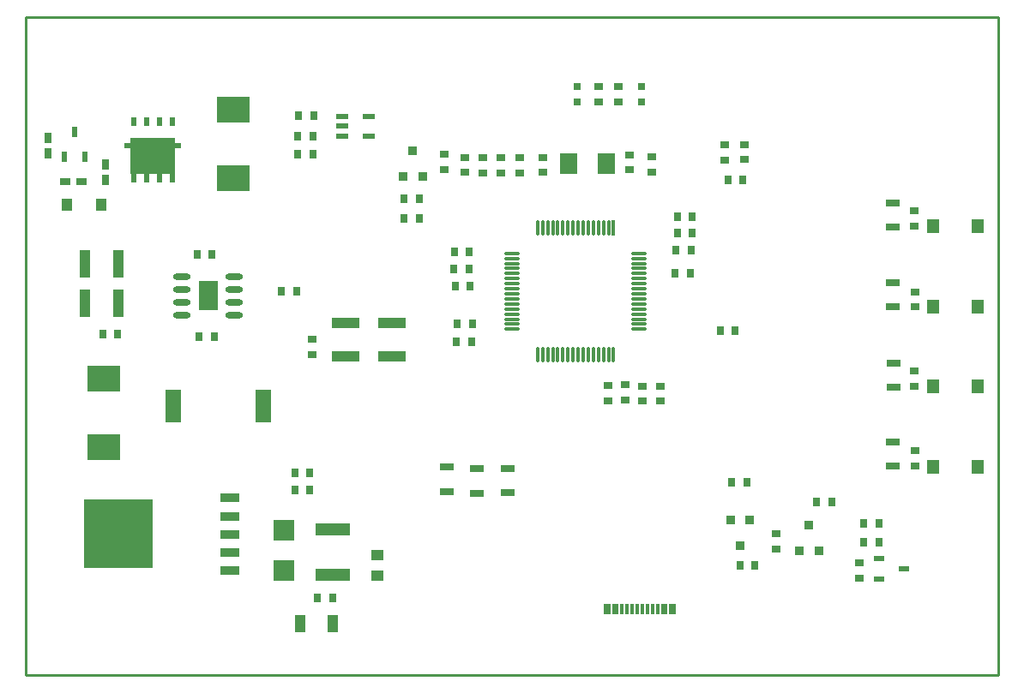
<source format=gtp>
%FSLAX25Y25*%
%MOIN*%
G70*
G01*
G75*
G04 Layer_Color=8421504*
%ADD10R,0.02756X0.03347*%
%ADD11R,0.03543X0.03740*%
%ADD12R,0.03543X0.03740*%
%ADD13R,0.05118X0.03937*%
%ADD14R,0.05315X0.02559*%
%ADD15R,0.12992X0.09843*%
%ADD16R,0.10630X0.03937*%
%ADD17R,0.06299X0.12598*%
%ADD18R,0.13780X0.05118*%
%ADD19R,0.07874X0.07874*%
%ADD20R,0.04724X0.01969*%
%ADD21R,0.01181X0.03937*%
%ADD22R,0.02362X0.03937*%
%ADD23R,0.03937X0.07087*%
%ADD24R,0.07284X0.03740*%
%ADD25R,0.26772X0.26772*%
%ADD26R,0.07480X0.11811*%
%ADD27O,0.06890X0.02362*%
%ADD28R,0.03937X0.10630*%
%ADD29R,0.03347X0.02756*%
%ADD30O,0.01181X0.06299*%
%ADD31O,0.06299X0.01181*%
%ADD32R,0.01181X0.06299*%
%ADD33R,0.04331X0.04724*%
%ADD34R,0.04000X0.03000*%
%ADD35R,0.03000X0.04000*%
%ADD36R,0.09843X0.14410*%
%ADD37R,0.07874X0.14410*%
%ADD38R,0.06299X0.01969*%
%ADD39R,0.02126X0.03543*%
%ADD40R,0.06693X0.07874*%
%ADD41R,0.03000X0.03150*%
%ADD42R,0.03937X0.02362*%
%ADD43R,0.04843X0.05354*%
%ADD44C,0.00800*%
%ADD45C,0.04000*%
%ADD46C,0.01000*%
%ADD47C,0.02000*%
%ADD48C,0.03000*%
%ADD49C,0.01500*%
%ADD50C,0.07874*%
%ADD51R,0.07874X0.07874*%
%ADD52C,0.05906*%
%ADD53R,0.05906X0.05906*%
%ADD54R,0.05906X0.05906*%
%ADD55O,0.03937X0.08268*%
%ADD56C,0.02638*%
%ADD57O,0.07874X0.15748*%
%ADD58C,0.19685*%
%ADD59O,0.04724X0.06299*%
%ADD60R,0.04724X0.06299*%
%ADD61O,0.07874X0.11811*%
%ADD62R,0.07874X0.11811*%
%ADD63C,0.08268*%
%ADD64C,0.03000*%
%ADD65C,0.02000*%
%ADD66C,0.04500*%
%ADD67C,0.05000*%
%ADD68C,0.04000*%
%ADD69C,0.05500*%
%ADD70C,0.00984*%
%ADD71C,0.00600*%
%ADD72C,0.00500*%
%ADD73C,0.00787*%
%ADD74C,0.00700*%
%ADD75C,0.00493*%
D10*
X147095Y177800D02*
D03*
X153000D02*
D03*
X307395Y67300D02*
D03*
X313300D02*
D03*
X280306Y75200D02*
D03*
X274400D02*
D03*
X105994Y217600D02*
D03*
X111900D02*
D03*
X99494Y149400D02*
D03*
X105400D02*
D03*
X167700Y136600D02*
D03*
X173606D02*
D03*
X72505Y163700D02*
D03*
X66600D02*
D03*
X113500Y30200D02*
D03*
X119405D02*
D03*
X104595Y78600D02*
D03*
X110500D02*
D03*
X104595Y72100D02*
D03*
X110500D02*
D03*
X67400Y131700D02*
D03*
X73305D02*
D03*
X29900Y132700D02*
D03*
X35805D02*
D03*
X167400Y129800D02*
D03*
X173305D02*
D03*
X172806Y151400D02*
D03*
X166900D02*
D03*
X166400Y158100D02*
D03*
X172306D02*
D03*
X166600Y164900D02*
D03*
X172505D02*
D03*
X152905Y185300D02*
D03*
X147000D02*
D03*
X105694Y202700D02*
D03*
X111600D02*
D03*
X111706Y209700D02*
D03*
X105800D02*
D03*
X272895Y192900D02*
D03*
X278800D02*
D03*
X259100Y178500D02*
D03*
X253194D02*
D03*
X258700Y165400D02*
D03*
X252795D02*
D03*
X258206Y156300D02*
D03*
X252300D02*
D03*
X259100Y172100D02*
D03*
X253194D02*
D03*
X269895Y134200D02*
D03*
X275800D02*
D03*
X283506Y42800D02*
D03*
X277600D02*
D03*
X325795Y59200D02*
D03*
X331700D02*
D03*
X325694Y51900D02*
D03*
X331600D02*
D03*
D11*
X281340Y60321D02*
D03*
X277600Y50479D02*
D03*
X150500Y203921D02*
D03*
X146760Y194079D02*
D03*
X300760Y48479D02*
D03*
X304500Y58321D02*
D03*
D12*
X273860Y60321D02*
D03*
X154240Y194079D02*
D03*
X308240Y48479D02*
D03*
D13*
X136800Y46574D02*
D03*
Y38700D02*
D03*
D14*
X337100Y143251D02*
D03*
Y152700D02*
D03*
Y174251D02*
D03*
Y183700D02*
D03*
X337300Y112051D02*
D03*
Y121500D02*
D03*
X187200Y70951D02*
D03*
Y80400D02*
D03*
X175300Y70851D02*
D03*
Y80300D02*
D03*
X163800Y71551D02*
D03*
Y81000D02*
D03*
X337100Y81451D02*
D03*
Y90900D02*
D03*
D15*
X80800Y220000D02*
D03*
Y193425D02*
D03*
X30400Y88700D02*
D03*
Y115275D02*
D03*
D16*
X124300Y124200D02*
D03*
Y136995D02*
D03*
X142300Y124200D02*
D03*
Y136995D02*
D03*
D17*
X92498Y104779D02*
D03*
X57459D02*
D03*
D18*
X119500Y56700D02*
D03*
Y38984D02*
D03*
D19*
X100500Y56448D02*
D03*
Y40700D02*
D03*
D20*
X123082Y217537D02*
D03*
Y213600D02*
D03*
Y209663D02*
D03*
X133318D02*
D03*
Y217537D02*
D03*
D21*
X225511Y25600D02*
D03*
X226692D02*
D03*
X228661D02*
D03*
X229842D02*
D03*
X231810D02*
D03*
X233779D02*
D03*
X235747D02*
D03*
X237716D02*
D03*
X239684D02*
D03*
X241653D02*
D03*
X243621D02*
D03*
X245590D02*
D03*
X247558D02*
D03*
X248739D02*
D03*
X251889D02*
D03*
X250708D02*
D03*
D22*
X15100Y201600D02*
D03*
X19037Y211442D02*
D03*
X22974Y201600D02*
D03*
D23*
X106700Y20100D02*
D03*
X119495D02*
D03*
D24*
X79200Y40600D02*
D03*
Y47687D02*
D03*
Y54773D02*
D03*
Y61860D02*
D03*
Y68946D02*
D03*
D25*
X35893Y55053D02*
D03*
D26*
X70900Y147700D02*
D03*
D27*
X60664Y155200D02*
D03*
Y150200D02*
D03*
Y145200D02*
D03*
Y140200D02*
D03*
X81136Y155200D02*
D03*
Y150200D02*
D03*
Y145200D02*
D03*
Y140200D02*
D03*
D28*
X35900Y144700D02*
D03*
X23105D02*
D03*
X35900Y160200D02*
D03*
X23105D02*
D03*
D29*
X111500Y124900D02*
D03*
Y130806D02*
D03*
X226500Y106900D02*
D03*
Y112805D02*
D03*
X233000Y107000D02*
D03*
Y112906D02*
D03*
X239600Y106600D02*
D03*
Y112505D02*
D03*
X246700Y106600D02*
D03*
Y112505D02*
D03*
X162800Y196895D02*
D03*
Y202800D02*
D03*
X170600Y201500D02*
D03*
Y195595D02*
D03*
X177700Y201306D02*
D03*
Y195400D02*
D03*
X184600Y195395D02*
D03*
Y201300D02*
D03*
X192100D02*
D03*
Y195395D02*
D03*
X201100Y195600D02*
D03*
Y201505D02*
D03*
X234600Y196600D02*
D03*
Y202505D02*
D03*
X243300Y195794D02*
D03*
Y201700D02*
D03*
X222700Y223095D02*
D03*
Y229000D02*
D03*
X230500Y223095D02*
D03*
Y229000D02*
D03*
X271800Y200395D02*
D03*
Y206300D02*
D03*
X279300Y200594D02*
D03*
Y206500D02*
D03*
X291600Y55006D02*
D03*
Y49100D02*
D03*
X324100Y43705D02*
D03*
Y37800D02*
D03*
X345500Y174800D02*
D03*
Y180705D02*
D03*
X345600Y143251D02*
D03*
Y149157D02*
D03*
X345500Y112400D02*
D03*
Y118306D02*
D03*
X345700Y81400D02*
D03*
Y87305D02*
D03*
D30*
X198972Y174000D02*
D03*
X202909D02*
D03*
X200941D02*
D03*
X204878D02*
D03*
X228500Y124787D02*
D03*
X226532D02*
D03*
X224563D02*
D03*
X222594D02*
D03*
X220626D02*
D03*
X218657D02*
D03*
X216689D02*
D03*
X214721D02*
D03*
X212752D02*
D03*
X210784D02*
D03*
X208815D02*
D03*
X206846D02*
D03*
X204878D02*
D03*
X202909D02*
D03*
X200941D02*
D03*
X198972D02*
D03*
X206846Y174000D02*
D03*
X208815D02*
D03*
X210784D02*
D03*
X212752D02*
D03*
X214721D02*
D03*
X216689D02*
D03*
X218657D02*
D03*
X222594D02*
D03*
X224563D02*
D03*
X226532D02*
D03*
X220626D02*
D03*
D31*
X238342Y164157D02*
D03*
Y162189D02*
D03*
Y160221D02*
D03*
Y158252D02*
D03*
Y156283D02*
D03*
Y154315D02*
D03*
Y152347D02*
D03*
Y150378D02*
D03*
Y148409D02*
D03*
Y146441D02*
D03*
Y144472D02*
D03*
Y142504D02*
D03*
Y140535D02*
D03*
Y138567D02*
D03*
Y136598D02*
D03*
Y134630D02*
D03*
X189130D02*
D03*
Y136598D02*
D03*
Y138567D02*
D03*
Y140535D02*
D03*
Y142504D02*
D03*
Y144472D02*
D03*
Y146441D02*
D03*
Y148409D02*
D03*
Y150378D02*
D03*
Y152347D02*
D03*
Y154315D02*
D03*
Y156283D02*
D03*
Y158252D02*
D03*
Y160221D02*
D03*
Y162189D02*
D03*
Y164157D02*
D03*
D32*
X228500Y174000D02*
D03*
D33*
X29327Y183200D02*
D03*
X16000D02*
D03*
D34*
X15402Y192200D02*
D03*
X21598D02*
D03*
D35*
X8600Y203002D02*
D03*
Y209198D02*
D03*
X31000Y198798D02*
D03*
Y192602D02*
D03*
D36*
X45741Y202172D02*
D03*
D37*
X53983D02*
D03*
D38*
X41488Y206208D02*
D03*
X57236D02*
D03*
D39*
X51862Y215460D02*
D03*
Y193422D02*
D03*
X41862Y215460D02*
D03*
X46862D02*
D03*
X41862Y193422D02*
D03*
X56862Y215460D02*
D03*
Y193422D02*
D03*
X46862D02*
D03*
D40*
X211100Y199100D02*
D03*
X225667D02*
D03*
D41*
X214300Y229000D02*
D03*
Y223000D02*
D03*
X239200Y229000D02*
D03*
Y223000D02*
D03*
D42*
X331600Y45400D02*
D03*
X341442Y41463D02*
D03*
X331600Y37526D02*
D03*
D43*
X352698Y81200D02*
D03*
X369902D02*
D03*
X352698Y112367D02*
D03*
X369902D02*
D03*
X352698Y143533D02*
D03*
X369902D02*
D03*
X352698Y174700D02*
D03*
X369902D02*
D03*
D46*
X0Y255906D02*
X377953D01*
Y0D02*
Y255906D01*
X0Y0D02*
Y256000D01*
Y0D02*
X377953D01*
M02*

</source>
